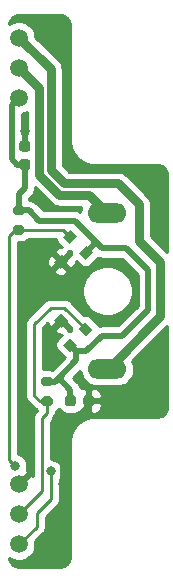
<source format=gbr>
%TF.GenerationSoftware,KiCad,Pcbnew,5.1.9-73d0e3b20d~88~ubuntu20.04.1*%
%TF.CreationDate,2021-04-18T17:47:56-07:00*%
%TF.ProjectId,encoder,656e636f-6465-4722-9e6b-696361645f70,rev?*%
%TF.SameCoordinates,Original*%
%TF.FileFunction,Copper,L1,Top*%
%TF.FilePolarity,Positive*%
%FSLAX46Y46*%
G04 Gerber Fmt 4.6, Leading zero omitted, Abs format (unit mm)*
G04 Created by KiCad (PCBNEW 5.1.9-73d0e3b20d~88~ubuntu20.04.1) date 2021-04-18 17:47:56*
%MOMM*%
%LPD*%
G01*
G04 APERTURE LIST*
%TA.AperFunction,ComponentPad*%
%ADD10O,3.300000X1.650000*%
%TD*%
%TA.AperFunction,ComponentPad*%
%ADD11C,1.520000*%
%TD*%
%TA.AperFunction,SMDPad,CuDef*%
%ADD12C,0.100000*%
%TD*%
%TA.AperFunction,ViaPad*%
%ADD13C,0.800000*%
%TD*%
%TA.AperFunction,Conductor*%
%ADD14C,0.750000*%
%TD*%
%TA.AperFunction,Conductor*%
%ADD15C,0.250000*%
%TD*%
%TA.AperFunction,Conductor*%
%ADD16C,0.500000*%
%TD*%
%TA.AperFunction,Conductor*%
%ADD17C,0.254000*%
%TD*%
%TA.AperFunction,Conductor*%
%ADD18C,0.100000*%
%TD*%
G04 APERTURE END LIST*
D10*
%TO.P,CN1,7*%
%TO.N,/MOTOR-*%
X100000000Y-106625200D03*
%TO.P,CN1,8*%
%TO.N,/MOTOR+*%
X100000000Y-93375200D03*
D11*
%TO.P,CN1,3*%
%TO.N,/GND*%
X92519900Y-116380000D03*
%TO.P,CN1,2*%
%TO.N,/QUADA*%
X92519900Y-118920000D03*
%TO.P,CN1,1*%
%TO.N,/QUADB*%
X92519900Y-121460000D03*
%TO.P,CN1,6*%
%TO.N,/MOTOR-*%
X92519900Y-78540000D03*
%TO.P,CN1,5*%
%TO.N,/MOTOR+*%
X92519900Y-81080000D03*
%TO.P,CN1,4*%
%TO.N,/VCC*%
X92519900Y-83620000D03*
%TD*%
%TO.P,C2,2*%
%TO.N,/GND*%
%TA.AperFunction,SMDPad,CuDef*%
G36*
G01*
X97975000Y-109546200D02*
X97975000Y-109046200D01*
G75*
G02*
X98200000Y-108821200I225000J0D01*
G01*
X98650000Y-108821200D01*
G75*
G02*
X98875000Y-109046200I0J-225000D01*
G01*
X98875000Y-109546200D01*
G75*
G02*
X98650000Y-109771200I-225000J0D01*
G01*
X98200000Y-109771200D01*
G75*
G02*
X97975000Y-109546200I0J225000D01*
G01*
G37*
%TD.AperFunction*%
%TO.P,C2,1*%
%TO.N,/VCC*%
%TA.AperFunction,SMDPad,CuDef*%
G36*
G01*
X96425000Y-109546200D02*
X96425000Y-109046200D01*
G75*
G02*
X96650000Y-108821200I225000J0D01*
G01*
X97100000Y-108821200D01*
G75*
G02*
X97325000Y-109046200I0J-225000D01*
G01*
X97325000Y-109546200D01*
G75*
G02*
X97100000Y-109771200I-225000J0D01*
G01*
X96650000Y-109771200D01*
G75*
G02*
X96425000Y-109546200I0J225000D01*
G01*
G37*
%TD.AperFunction*%
%TD*%
%TO.P,C1,2*%
%TO.N,/GND*%
%TA.AperFunction,SMDPad,CuDef*%
G36*
G01*
X93264800Y-88194000D02*
X92764800Y-88194000D01*
G75*
G02*
X92539800Y-87969000I0J225000D01*
G01*
X92539800Y-87519000D01*
G75*
G02*
X92764800Y-87294000I225000J0D01*
G01*
X93264800Y-87294000D01*
G75*
G02*
X93489800Y-87519000I0J-225000D01*
G01*
X93489800Y-87969000D01*
G75*
G02*
X93264800Y-88194000I-225000J0D01*
G01*
G37*
%TD.AperFunction*%
%TO.P,C1,1*%
%TO.N,/VCC*%
%TA.AperFunction,SMDPad,CuDef*%
G36*
G01*
X93264800Y-89744000D02*
X92764800Y-89744000D01*
G75*
G02*
X92539800Y-89519000I0J225000D01*
G01*
X92539800Y-89069000D01*
G75*
G02*
X92764800Y-88844000I225000J0D01*
G01*
X93264800Y-88844000D01*
G75*
G02*
X93489800Y-89069000I0J-225000D01*
G01*
X93489800Y-89519000D01*
G75*
G02*
X93264800Y-89744000I-225000J0D01*
G01*
G37*
%TD.AperFunction*%
%TD*%
%TO.P,R2,2*%
%TO.N,/QUADB*%
%TA.AperFunction,SMDPad,CuDef*%
G36*
G01*
X92225000Y-94425000D02*
X92775000Y-94425000D01*
G75*
G02*
X92975000Y-94625000I0J-200000D01*
G01*
X92975000Y-95025000D01*
G75*
G02*
X92775000Y-95225000I-200000J0D01*
G01*
X92225000Y-95225000D01*
G75*
G02*
X92025000Y-95025000I0J200000D01*
G01*
X92025000Y-94625000D01*
G75*
G02*
X92225000Y-94425000I200000J0D01*
G01*
G37*
%TD.AperFunction*%
%TO.P,R2,1*%
%TO.N,/VCC*%
%TA.AperFunction,SMDPad,CuDef*%
G36*
G01*
X92225000Y-92775000D02*
X92775000Y-92775000D01*
G75*
G02*
X92975000Y-92975000I0J-200000D01*
G01*
X92975000Y-93375000D01*
G75*
G02*
X92775000Y-93575000I-200000J0D01*
G01*
X92225000Y-93575000D01*
G75*
G02*
X92025000Y-93375000I0J200000D01*
G01*
X92025000Y-92975000D01*
G75*
G02*
X92225000Y-92775000I200000J0D01*
G01*
G37*
%TD.AperFunction*%
%TD*%
%TO.P,R1,2*%
%TO.N,/QUADA*%
%TA.AperFunction,SMDPad,CuDef*%
G36*
G01*
X94625000Y-108925000D02*
X95175000Y-108925000D01*
G75*
G02*
X95375000Y-109125000I0J-200000D01*
G01*
X95375000Y-109525000D01*
G75*
G02*
X95175000Y-109725000I-200000J0D01*
G01*
X94625000Y-109725000D01*
G75*
G02*
X94425000Y-109525000I0J200000D01*
G01*
X94425000Y-109125000D01*
G75*
G02*
X94625000Y-108925000I200000J0D01*
G01*
G37*
%TD.AperFunction*%
%TO.P,R1,1*%
%TO.N,/VCC*%
%TA.AperFunction,SMDPad,CuDef*%
G36*
G01*
X94625000Y-107275000D02*
X95175000Y-107275000D01*
G75*
G02*
X95375000Y-107475000I0J-200000D01*
G01*
X95375000Y-107875000D01*
G75*
G02*
X95175000Y-108075000I-200000J0D01*
G01*
X94625000Y-108075000D01*
G75*
G02*
X94425000Y-107875000I0J200000D01*
G01*
X94425000Y-107475000D01*
G75*
G02*
X94625000Y-107275000I200000J0D01*
G01*
G37*
%TD.AperFunction*%
%TD*%
%TA.AperFunction,SMDPad,CuDef*%
D12*
%TO.P,Q2,3*%
%TO.N,/GND*%
G36*
X96693934Y-102528248D02*
G01*
X96128248Y-103093934D01*
X95491852Y-102457538D01*
X96057538Y-101891852D01*
X96693934Y-102528248D01*
G37*
%TD.AperFunction*%
%TA.AperFunction,SMDPad,CuDef*%
%TO.P,Q2,2*%
%TO.N,/QUADA*%
G36*
X98779899Y-103270710D02*
G01*
X98214213Y-103836396D01*
X97577817Y-103200000D01*
X98143503Y-102634314D01*
X98779899Y-103270710D01*
G37*
%TD.AperFunction*%
%TA.AperFunction,SMDPad,CuDef*%
%TO.P,Q2,1*%
%TO.N,/VCC*%
G36*
X97436396Y-104614213D02*
G01*
X96870710Y-105179899D01*
X96234314Y-104543503D01*
X96800000Y-103977817D01*
X97436396Y-104614213D01*
G37*
%TD.AperFunction*%
%TD*%
%TA.AperFunction,SMDPad,CuDef*%
%TO.P,Q1,3*%
%TO.N,/GND*%
G36*
X96128248Y-96906066D02*
G01*
X96693934Y-97471752D01*
X96057538Y-98108148D01*
X95491852Y-97542462D01*
X96128248Y-96906066D01*
G37*
%TD.AperFunction*%
%TA.AperFunction,SMDPad,CuDef*%
%TO.P,Q1,2*%
%TO.N,/QUADB*%
G36*
X96870710Y-94820101D02*
G01*
X97436396Y-95385787D01*
X96800000Y-96022183D01*
X96234314Y-95456497D01*
X96870710Y-94820101D01*
G37*
%TD.AperFunction*%
%TA.AperFunction,SMDPad,CuDef*%
%TO.P,Q1,1*%
%TO.N,/VCC*%
G36*
X98214213Y-96163604D02*
G01*
X98779899Y-96729290D01*
X98143503Y-97365686D01*
X97577817Y-96800000D01*
X98214213Y-96163604D01*
G37*
%TD.AperFunction*%
%TD*%
D13*
%TO.N,/QUADB*%
X92202000Y-114808006D03*
X95213010Y-115272616D03*
%TO.N,/GND*%
X94600000Y-98500000D03*
X94200000Y-92100000D03*
X97000000Y-89300000D03*
X95200000Y-104900000D03*
X93014800Y-86461600D03*
X95758000Y-110744000D03*
X96266000Y-116332000D03*
X93218000Y-112014000D03*
%TD*%
D14*
%TO.N,/MOTOR-*%
X100029200Y-106625200D02*
X100000000Y-106625200D01*
X95200000Y-89764400D02*
X96335600Y-90900000D01*
X96335600Y-90900000D02*
X100900000Y-90900000D01*
X100900000Y-90900000D02*
X102675700Y-92675700D01*
X92519900Y-78540000D02*
X95200000Y-81220100D01*
X95200000Y-81220100D02*
X95200000Y-89764400D01*
X102675700Y-92675700D02*
X102675700Y-95741500D01*
X104495600Y-102158800D02*
X100029200Y-106625200D01*
X102675700Y-95741500D02*
X104495600Y-97561400D01*
X104495600Y-97561400D02*
X104495600Y-102158800D01*
%TO.N,/MOTOR+*%
X94249989Y-82810089D02*
X92519900Y-81080000D01*
X98474811Y-91850011D02*
X95942093Y-91850011D01*
X100000000Y-93375200D02*
X98474811Y-91850011D01*
X94249989Y-90157907D02*
X94249989Y-82810089D01*
X95942093Y-91850011D02*
X94249989Y-90157907D01*
D15*
%TO.N,/QUADB*%
X96232413Y-94818200D02*
X92506800Y-94818200D01*
X92506800Y-94818200D02*
X92500000Y-94825000D01*
X96835355Y-95421142D02*
X96232413Y-94818200D01*
X91694000Y-114300006D02*
X92202000Y-114808006D01*
X91694000Y-95316000D02*
X91694000Y-114300006D01*
X92500000Y-94510000D02*
X91694000Y-95316000D01*
X94035950Y-119943950D02*
X92519900Y-121460000D01*
X94035950Y-118816050D02*
X94035950Y-119943950D01*
X95213010Y-117638990D02*
X94035950Y-118816050D01*
X95213010Y-115272616D02*
X95213010Y-117638990D01*
%TO.N,/QUADA*%
X98200000Y-103497057D02*
X98090280Y-103606777D01*
X94900000Y-109325000D02*
X94262800Y-109325000D01*
X96345400Y-101401897D02*
X98178858Y-103235355D01*
X96345400Y-101400000D02*
X96345400Y-101401897D01*
X95200000Y-101400000D02*
X96345400Y-101400000D01*
X93802200Y-102797800D02*
X95200000Y-101400000D01*
X93802200Y-108864400D02*
X93802200Y-102797800D01*
X94262800Y-109325000D02*
X93802200Y-108864400D01*
X94488000Y-116951900D02*
X92519900Y-118920000D01*
X94900000Y-110332000D02*
X94488000Y-110744000D01*
X94900000Y-109325000D02*
X94900000Y-110332000D01*
X94488000Y-110744000D02*
X94488000Y-116951900D01*
D16*
%TO.N,/GND*%
X94600000Y-98500000D02*
X95124200Y-98500000D01*
X95124200Y-98475800D02*
X95124200Y-98500000D01*
X96092893Y-97507107D02*
X95124200Y-98475800D01*
X95200000Y-103402600D02*
X95200000Y-104900000D01*
X96092893Y-102509707D02*
X95200000Y-103402600D01*
X96092893Y-102492893D02*
X96092893Y-102509707D01*
X93014800Y-87744000D02*
X93014800Y-86461600D01*
X98425000Y-109771200D02*
X97452200Y-110744000D01*
X98425000Y-109296200D02*
X98425000Y-109771200D01*
X97452200Y-110744000D02*
X95758000Y-110744000D01*
X96266000Y-111252000D02*
X95758000Y-110744000D01*
X96266000Y-116332000D02*
X96266000Y-111252000D01*
%TO.N,/VCC*%
X98178858Y-96764645D02*
X99071952Y-95871552D01*
X96835355Y-104578858D02*
X97361697Y-105105200D01*
X97361697Y-105528303D02*
X97361697Y-105105200D01*
X97361697Y-105863703D02*
X97361697Y-105528303D01*
X94900000Y-107675000D02*
X95550400Y-107675000D01*
X101574600Y-96367600D02*
X99568000Y-96367600D01*
X103454200Y-98247200D02*
X101574600Y-96367600D01*
X103454200Y-101600000D02*
X103454200Y-98247200D01*
X101257100Y-103797100D02*
X103454200Y-101600000D01*
X99568000Y-96367600D02*
X99071952Y-95871552D01*
X99529900Y-103797100D02*
X101257100Y-103797100D01*
X98221800Y-105105200D02*
X99529900Y-103797100D01*
X97361697Y-105105200D02*
X98221800Y-105105200D01*
X93360772Y-93175000D02*
X92500000Y-93175000D01*
X94241972Y-94056200D02*
X93360772Y-93175000D01*
X97256600Y-94056200D02*
X94241972Y-94056200D01*
X99071952Y-95871552D02*
X97256600Y-94056200D01*
X91900000Y-84239900D02*
X92519900Y-83620000D01*
X92500000Y-93175000D02*
X92500000Y-92728600D01*
X92500000Y-92728600D02*
X92500000Y-91802400D01*
X93014800Y-91287600D02*
X93014800Y-89294000D01*
X92500000Y-91802400D02*
X93014800Y-91287600D01*
X93014800Y-89294000D02*
X92367400Y-89294000D01*
X91900000Y-88826600D02*
X91900000Y-84239900D01*
X92367400Y-89294000D02*
X91900000Y-88826600D01*
X96875000Y-108355800D02*
X95872300Y-107353100D01*
X96875000Y-109296200D02*
X96875000Y-108355800D01*
X95872300Y-107353100D02*
X97361697Y-105863703D01*
X95550400Y-107675000D02*
X95872300Y-107353100D01*
%TD*%
D17*
%TO.N,/GND*%
X105090000Y-109774659D02*
X105079764Y-109907724D01*
X105075749Y-109959926D01*
X105063954Y-110011036D01*
X105041495Y-110078415D01*
X105009514Y-110155168D01*
X104974904Y-110224388D01*
X104942338Y-110275563D01*
X104896606Y-110332729D01*
X104842665Y-110392663D01*
X104782739Y-110446596D01*
X104725561Y-110492339D01*
X104674388Y-110524904D01*
X104605168Y-110559514D01*
X104528418Y-110591494D01*
X104461037Y-110613954D01*
X104409926Y-110625749D01*
X104361705Y-110629458D01*
X104361703Y-110629458D01*
X104224659Y-110640000D01*
X99007025Y-110640000D01*
X98981703Y-110639458D01*
X98974657Y-110640000D01*
X98967581Y-110640000D01*
X98942341Y-110642486D01*
X98851705Y-110649458D01*
X98851703Y-110649458D01*
X98737003Y-110658281D01*
X98719810Y-110657115D01*
X98672329Y-110663256D01*
X98657057Y-110664431D01*
X98640175Y-110667415D01*
X98623181Y-110669613D01*
X98608263Y-110673056D01*
X98561111Y-110681390D01*
X98545052Y-110687643D01*
X98462458Y-110706703D01*
X98432045Y-110713618D01*
X98431041Y-110713953D01*
X98430004Y-110714192D01*
X98400388Y-110724170D01*
X98289133Y-110761255D01*
X98266080Y-110768301D01*
X98258420Y-110771493D01*
X98250535Y-110774121D01*
X98228499Y-110783960D01*
X98125087Y-110827048D01*
X98103836Y-110835180D01*
X98095163Y-110839516D01*
X98086229Y-110843239D01*
X98066213Y-110853992D01*
X98011519Y-110881339D01*
X98009945Y-110881778D01*
X97953411Y-110910393D01*
X97925843Y-110924177D01*
X97924468Y-110925043D01*
X97923013Y-110925779D01*
X97896923Y-110942382D01*
X97843387Y-110976082D01*
X97842202Y-110977205D01*
X97837738Y-110980045D01*
X97834698Y-110981260D01*
X97782930Y-111014923D01*
X97758312Y-111030589D01*
X97755753Y-111032595D01*
X97753016Y-111034375D01*
X97730180Y-111052644D01*
X97681634Y-111090703D01*
X97679500Y-111093188D01*
X97638035Y-111126360D01*
X97622580Y-111137739D01*
X97612725Y-111146608D01*
X97602387Y-111154879D01*
X97588660Y-111168267D01*
X97545069Y-111207500D01*
X97543077Y-111208703D01*
X97496760Y-111250978D01*
X97474387Y-111271114D01*
X97472830Y-111272820D01*
X97471113Y-111274387D01*
X97450885Y-111296862D01*
X97408703Y-111343077D01*
X97407500Y-111345069D01*
X97368271Y-111388657D01*
X97354879Y-111402387D01*
X97346603Y-111412733D01*
X97337739Y-111422581D01*
X97326365Y-111438029D01*
X97293190Y-111479499D01*
X97290703Y-111481634D01*
X97252611Y-111530223D01*
X97234375Y-111553017D01*
X97232599Y-111555748D01*
X97230589Y-111558312D01*
X97214910Y-111582950D01*
X97181259Y-111634699D01*
X97180043Y-111637741D01*
X97177205Y-111642202D01*
X97176082Y-111643387D01*
X97142445Y-111696823D01*
X97125779Y-111723013D01*
X97125043Y-111724468D01*
X97124177Y-111725843D01*
X97110393Y-111753411D01*
X97081778Y-111809945D01*
X97081339Y-111811519D01*
X97053992Y-111866213D01*
X97043239Y-111886229D01*
X97039516Y-111895163D01*
X97035180Y-111903836D01*
X97027045Y-111925094D01*
X96983960Y-112028499D01*
X96974121Y-112050535D01*
X96971493Y-112058420D01*
X96968301Y-112066080D01*
X96961254Y-112089136D01*
X96924196Y-112200312D01*
X96914192Y-112230004D01*
X96913952Y-112231044D01*
X96913618Y-112232046D01*
X96906715Y-112262403D01*
X96887643Y-112345051D01*
X96881390Y-112361111D01*
X96873055Y-112408266D01*
X96869613Y-112423182D01*
X96867415Y-112440173D01*
X96864431Y-112457057D01*
X96863256Y-112472330D01*
X96857115Y-112519810D01*
X96858281Y-112537003D01*
X96854431Y-112587057D01*
X96842483Y-112742384D01*
X96840001Y-112767581D01*
X96840001Y-112774645D01*
X96839458Y-112781704D01*
X96840001Y-112807072D01*
X96840000Y-122474659D01*
X96829458Y-122611703D01*
X96825749Y-122659926D01*
X96813954Y-122711036D01*
X96791495Y-122778415D01*
X96759514Y-122855168D01*
X96724904Y-122924388D01*
X96692338Y-122975563D01*
X96646606Y-123032729D01*
X96592665Y-123092663D01*
X96532739Y-123146596D01*
X96475561Y-123192339D01*
X96424388Y-123224904D01*
X96355168Y-123259514D01*
X96278418Y-123291494D01*
X96211037Y-123313954D01*
X96159926Y-123325749D01*
X96111705Y-123329458D01*
X96111703Y-123329458D01*
X95974659Y-123340000D01*
X92525341Y-123340000D01*
X92388296Y-123329458D01*
X92388295Y-123329458D01*
X92340074Y-123325749D01*
X92288964Y-123313954D01*
X92221585Y-123291495D01*
X92144832Y-123259514D01*
X92075612Y-123224904D01*
X92024437Y-123192338D01*
X91967271Y-123146606D01*
X91907337Y-123092665D01*
X91853404Y-123032739D01*
X91807661Y-122975561D01*
X91775096Y-122924388D01*
X91740486Y-122855168D01*
X91708506Y-122778418D01*
X91686046Y-122711037D01*
X91674251Y-122659926D01*
X91670542Y-122611703D01*
X91667179Y-122567982D01*
X91859120Y-122696233D01*
X92112993Y-122801391D01*
X92382504Y-122855000D01*
X92657296Y-122855000D01*
X92926807Y-122801391D01*
X93180680Y-122696233D01*
X93409161Y-122543567D01*
X93603467Y-122349261D01*
X93756133Y-122120780D01*
X93861291Y-121866907D01*
X93914900Y-121597396D01*
X93914900Y-121322604D01*
X93884571Y-121170131D01*
X94546958Y-120507745D01*
X94575951Y-120483951D01*
X94599745Y-120454958D01*
X94599749Y-120454954D01*
X94670923Y-120368227D01*
X94699374Y-120315000D01*
X94741496Y-120236197D01*
X94784953Y-120092936D01*
X94795950Y-119981283D01*
X94795950Y-119981274D01*
X94799626Y-119943951D01*
X94795950Y-119906628D01*
X94795950Y-119130851D01*
X95724013Y-118202789D01*
X95753011Y-118178991D01*
X95847984Y-118063266D01*
X95918556Y-117931237D01*
X95962013Y-117787976D01*
X95973010Y-117676323D01*
X95973010Y-117676314D01*
X95976686Y-117638991D01*
X95973010Y-117601668D01*
X95973010Y-115976327D01*
X96016947Y-115932390D01*
X96130215Y-115762872D01*
X96208236Y-115574514D01*
X96248010Y-115374555D01*
X96248010Y-115170677D01*
X96208236Y-114970718D01*
X96130215Y-114782360D01*
X96016947Y-114612842D01*
X95872784Y-114468679D01*
X95703266Y-114355411D01*
X95514908Y-114277390D01*
X95314949Y-114237616D01*
X95248000Y-114237616D01*
X95248000Y-111058801D01*
X95410997Y-110895804D01*
X95440001Y-110872001D01*
X95534974Y-110756276D01*
X95605546Y-110624247D01*
X95649003Y-110480986D01*
X95660000Y-110369333D01*
X95660000Y-110369323D01*
X95663676Y-110332000D01*
X95660000Y-110294678D01*
X95660000Y-110205916D01*
X95767606Y-110117606D01*
X95871831Y-109990608D01*
X95892729Y-109951511D01*
X95932382Y-110025697D01*
X96039716Y-110156484D01*
X96170503Y-110263818D01*
X96319717Y-110343575D01*
X96481623Y-110392688D01*
X96650000Y-110409272D01*
X97100000Y-110409272D01*
X97268377Y-110392688D01*
X97430283Y-110343575D01*
X97576351Y-110265500D01*
X97620506Y-110301737D01*
X97730820Y-110360702D01*
X97850518Y-110397012D01*
X97975000Y-110409272D01*
X98139250Y-110406200D01*
X98298000Y-110247450D01*
X98298000Y-109423200D01*
X98552000Y-109423200D01*
X98552000Y-110247450D01*
X98710750Y-110406200D01*
X98875000Y-110409272D01*
X98999482Y-110397012D01*
X99119180Y-110360702D01*
X99229494Y-110301737D01*
X99326185Y-110222385D01*
X99405537Y-110125694D01*
X99464502Y-110015380D01*
X99500812Y-109895682D01*
X99513072Y-109771200D01*
X99510000Y-109581950D01*
X99351250Y-109423200D01*
X98552000Y-109423200D01*
X98298000Y-109423200D01*
X98278000Y-109423200D01*
X98278000Y-109169200D01*
X98298000Y-109169200D01*
X98298000Y-108344950D01*
X98552000Y-108344950D01*
X98552000Y-109169200D01*
X99351250Y-109169200D01*
X99510000Y-109010450D01*
X99513072Y-108821200D01*
X99500812Y-108696718D01*
X99464502Y-108577020D01*
X99405537Y-108466706D01*
X99326185Y-108370015D01*
X99229494Y-108290663D01*
X99119180Y-108231698D01*
X98999482Y-108195388D01*
X98875000Y-108183128D01*
X98710750Y-108186200D01*
X98552000Y-108344950D01*
X98298000Y-108344950D01*
X98139250Y-108186200D01*
X97975000Y-108183128D01*
X97850518Y-108195388D01*
X97751443Y-108225442D01*
X97747195Y-108182310D01*
X97743176Y-108169059D01*
X97719954Y-108092510D01*
X97696589Y-108015487D01*
X97614411Y-107861741D01*
X97503817Y-107726983D01*
X97470049Y-107699270D01*
X97123879Y-107353100D01*
X97720833Y-106756146D01*
X97736125Y-106911410D01*
X97819610Y-107186621D01*
X97955181Y-107440257D01*
X98137629Y-107662571D01*
X98359943Y-107845019D01*
X98613579Y-107980590D01*
X98888790Y-108064075D01*
X99103277Y-108085200D01*
X100896723Y-108085200D01*
X101111210Y-108064075D01*
X101386421Y-107980590D01*
X101640057Y-107845019D01*
X101862371Y-107662571D01*
X102044819Y-107440257D01*
X102180390Y-107186621D01*
X102263875Y-106911410D01*
X102292064Y-106625200D01*
X102263875Y-106338990D01*
X102180390Y-106063779D01*
X102124165Y-105958590D01*
X105090000Y-102992756D01*
X105090000Y-109774659D01*
%TA.AperFunction,Conductor*%
D18*
G36*
X105090000Y-109774659D02*
G01*
X105079764Y-109907724D01*
X105075749Y-109959926D01*
X105063954Y-110011036D01*
X105041495Y-110078415D01*
X105009514Y-110155168D01*
X104974904Y-110224388D01*
X104942338Y-110275563D01*
X104896606Y-110332729D01*
X104842665Y-110392663D01*
X104782739Y-110446596D01*
X104725561Y-110492339D01*
X104674388Y-110524904D01*
X104605168Y-110559514D01*
X104528418Y-110591494D01*
X104461037Y-110613954D01*
X104409926Y-110625749D01*
X104361705Y-110629458D01*
X104361703Y-110629458D01*
X104224659Y-110640000D01*
X99007025Y-110640000D01*
X98981703Y-110639458D01*
X98974657Y-110640000D01*
X98967581Y-110640000D01*
X98942341Y-110642486D01*
X98851705Y-110649458D01*
X98851703Y-110649458D01*
X98737003Y-110658281D01*
X98719810Y-110657115D01*
X98672329Y-110663256D01*
X98657057Y-110664431D01*
X98640175Y-110667415D01*
X98623181Y-110669613D01*
X98608263Y-110673056D01*
X98561111Y-110681390D01*
X98545052Y-110687643D01*
X98462458Y-110706703D01*
X98432045Y-110713618D01*
X98431041Y-110713953D01*
X98430004Y-110714192D01*
X98400388Y-110724170D01*
X98289133Y-110761255D01*
X98266080Y-110768301D01*
X98258420Y-110771493D01*
X98250535Y-110774121D01*
X98228499Y-110783960D01*
X98125087Y-110827048D01*
X98103836Y-110835180D01*
X98095163Y-110839516D01*
X98086229Y-110843239D01*
X98066213Y-110853992D01*
X98011519Y-110881339D01*
X98009945Y-110881778D01*
X97953411Y-110910393D01*
X97925843Y-110924177D01*
X97924468Y-110925043D01*
X97923013Y-110925779D01*
X97896923Y-110942382D01*
X97843387Y-110976082D01*
X97842202Y-110977205D01*
X97837738Y-110980045D01*
X97834698Y-110981260D01*
X97782930Y-111014923D01*
X97758312Y-111030589D01*
X97755753Y-111032595D01*
X97753016Y-111034375D01*
X97730180Y-111052644D01*
X97681634Y-111090703D01*
X97679500Y-111093188D01*
X97638035Y-111126360D01*
X97622580Y-111137739D01*
X97612725Y-111146608D01*
X97602387Y-111154879D01*
X97588660Y-111168267D01*
X97545069Y-111207500D01*
X97543077Y-111208703D01*
X97496760Y-111250978D01*
X97474387Y-111271114D01*
X97472830Y-111272820D01*
X97471113Y-111274387D01*
X97450885Y-111296862D01*
X97408703Y-111343077D01*
X97407500Y-111345069D01*
X97368271Y-111388657D01*
X97354879Y-111402387D01*
X97346603Y-111412733D01*
X97337739Y-111422581D01*
X97326365Y-111438029D01*
X97293190Y-111479499D01*
X97290703Y-111481634D01*
X97252611Y-111530223D01*
X97234375Y-111553017D01*
X97232599Y-111555748D01*
X97230589Y-111558312D01*
X97214910Y-111582950D01*
X97181259Y-111634699D01*
X97180043Y-111637741D01*
X97177205Y-111642202D01*
X97176082Y-111643387D01*
X97142445Y-111696823D01*
X97125779Y-111723013D01*
X97125043Y-111724468D01*
X97124177Y-111725843D01*
X97110393Y-111753411D01*
X97081778Y-111809945D01*
X97081339Y-111811519D01*
X97053992Y-111866213D01*
X97043239Y-111886229D01*
X97039516Y-111895163D01*
X97035180Y-111903836D01*
X97027045Y-111925094D01*
X96983960Y-112028499D01*
X96974121Y-112050535D01*
X96971493Y-112058420D01*
X96968301Y-112066080D01*
X96961254Y-112089136D01*
X96924196Y-112200312D01*
X96914192Y-112230004D01*
X96913952Y-112231044D01*
X96913618Y-112232046D01*
X96906715Y-112262403D01*
X96887643Y-112345051D01*
X96881390Y-112361111D01*
X96873055Y-112408266D01*
X96869613Y-112423182D01*
X96867415Y-112440173D01*
X96864431Y-112457057D01*
X96863256Y-112472330D01*
X96857115Y-112519810D01*
X96858281Y-112537003D01*
X96854431Y-112587057D01*
X96842483Y-112742384D01*
X96840001Y-112767581D01*
X96840001Y-112774645D01*
X96839458Y-112781704D01*
X96840001Y-112807072D01*
X96840000Y-122474659D01*
X96829458Y-122611703D01*
X96825749Y-122659926D01*
X96813954Y-122711036D01*
X96791495Y-122778415D01*
X96759514Y-122855168D01*
X96724904Y-122924388D01*
X96692338Y-122975563D01*
X96646606Y-123032729D01*
X96592665Y-123092663D01*
X96532739Y-123146596D01*
X96475561Y-123192339D01*
X96424388Y-123224904D01*
X96355168Y-123259514D01*
X96278418Y-123291494D01*
X96211037Y-123313954D01*
X96159926Y-123325749D01*
X96111705Y-123329458D01*
X96111703Y-123329458D01*
X95974659Y-123340000D01*
X92525341Y-123340000D01*
X92388296Y-123329458D01*
X92388295Y-123329458D01*
X92340074Y-123325749D01*
X92288964Y-123313954D01*
X92221585Y-123291495D01*
X92144832Y-123259514D01*
X92075612Y-123224904D01*
X92024437Y-123192338D01*
X91967271Y-123146606D01*
X91907337Y-123092665D01*
X91853404Y-123032739D01*
X91807661Y-122975561D01*
X91775096Y-122924388D01*
X91740486Y-122855168D01*
X91708506Y-122778418D01*
X91686046Y-122711037D01*
X91674251Y-122659926D01*
X91670542Y-122611703D01*
X91667179Y-122567982D01*
X91859120Y-122696233D01*
X92112993Y-122801391D01*
X92382504Y-122855000D01*
X92657296Y-122855000D01*
X92926807Y-122801391D01*
X93180680Y-122696233D01*
X93409161Y-122543567D01*
X93603467Y-122349261D01*
X93756133Y-122120780D01*
X93861291Y-121866907D01*
X93914900Y-121597396D01*
X93914900Y-121322604D01*
X93884571Y-121170131D01*
X94546958Y-120507745D01*
X94575951Y-120483951D01*
X94599745Y-120454958D01*
X94599749Y-120454954D01*
X94670923Y-120368227D01*
X94699374Y-120315000D01*
X94741496Y-120236197D01*
X94784953Y-120092936D01*
X94795950Y-119981283D01*
X94795950Y-119981274D01*
X94799626Y-119943951D01*
X94795950Y-119906628D01*
X94795950Y-119130851D01*
X95724013Y-118202789D01*
X95753011Y-118178991D01*
X95847984Y-118063266D01*
X95918556Y-117931237D01*
X95962013Y-117787976D01*
X95973010Y-117676323D01*
X95973010Y-117676314D01*
X95976686Y-117638991D01*
X95973010Y-117601668D01*
X95973010Y-115976327D01*
X96016947Y-115932390D01*
X96130215Y-115762872D01*
X96208236Y-115574514D01*
X96248010Y-115374555D01*
X96248010Y-115170677D01*
X96208236Y-114970718D01*
X96130215Y-114782360D01*
X96016947Y-114612842D01*
X95872784Y-114468679D01*
X95703266Y-114355411D01*
X95514908Y-114277390D01*
X95314949Y-114237616D01*
X95248000Y-114237616D01*
X95248000Y-111058801D01*
X95410997Y-110895804D01*
X95440001Y-110872001D01*
X95534974Y-110756276D01*
X95605546Y-110624247D01*
X95649003Y-110480986D01*
X95660000Y-110369333D01*
X95660000Y-110369323D01*
X95663676Y-110332000D01*
X95660000Y-110294678D01*
X95660000Y-110205916D01*
X95767606Y-110117606D01*
X95871831Y-109990608D01*
X95892729Y-109951511D01*
X95932382Y-110025697D01*
X96039716Y-110156484D01*
X96170503Y-110263818D01*
X96319717Y-110343575D01*
X96481623Y-110392688D01*
X96650000Y-110409272D01*
X97100000Y-110409272D01*
X97268377Y-110392688D01*
X97430283Y-110343575D01*
X97576351Y-110265500D01*
X97620506Y-110301737D01*
X97730820Y-110360702D01*
X97850518Y-110397012D01*
X97975000Y-110409272D01*
X98139250Y-110406200D01*
X98298000Y-110247450D01*
X98298000Y-109423200D01*
X98552000Y-109423200D01*
X98552000Y-110247450D01*
X98710750Y-110406200D01*
X98875000Y-110409272D01*
X98999482Y-110397012D01*
X99119180Y-110360702D01*
X99229494Y-110301737D01*
X99326185Y-110222385D01*
X99405537Y-110125694D01*
X99464502Y-110015380D01*
X99500812Y-109895682D01*
X99513072Y-109771200D01*
X99510000Y-109581950D01*
X99351250Y-109423200D01*
X98552000Y-109423200D01*
X98298000Y-109423200D01*
X98278000Y-109423200D01*
X98278000Y-109169200D01*
X98298000Y-109169200D01*
X98298000Y-108344950D01*
X98552000Y-108344950D01*
X98552000Y-109169200D01*
X99351250Y-109169200D01*
X99510000Y-109010450D01*
X99513072Y-108821200D01*
X99500812Y-108696718D01*
X99464502Y-108577020D01*
X99405537Y-108466706D01*
X99326185Y-108370015D01*
X99229494Y-108290663D01*
X99119180Y-108231698D01*
X98999482Y-108195388D01*
X98875000Y-108183128D01*
X98710750Y-108186200D01*
X98552000Y-108344950D01*
X98298000Y-108344950D01*
X98139250Y-108186200D01*
X97975000Y-108183128D01*
X97850518Y-108195388D01*
X97751443Y-108225442D01*
X97747195Y-108182310D01*
X97743176Y-108169059D01*
X97719954Y-108092510D01*
X97696589Y-108015487D01*
X97614411Y-107861741D01*
X97503817Y-107726983D01*
X97470049Y-107699270D01*
X97123879Y-107353100D01*
X97720833Y-106756146D01*
X97736125Y-106911410D01*
X97819610Y-107186621D01*
X97955181Y-107440257D01*
X98137629Y-107662571D01*
X98359943Y-107845019D01*
X98613579Y-107980590D01*
X98888790Y-108064075D01*
X99103277Y-108085200D01*
X100896723Y-108085200D01*
X101111210Y-108064075D01*
X101386421Y-107980590D01*
X101640057Y-107845019D01*
X101862371Y-107662571D01*
X102044819Y-107440257D01*
X102180390Y-107186621D01*
X102263875Y-106911410D01*
X102292064Y-106625200D01*
X102263875Y-106338990D01*
X102180390Y-106063779D01*
X102124165Y-105958590D01*
X105090000Y-102992756D01*
X105090000Y-109774659D01*
G37*
%TD.AperFunction*%
D17*
X95608502Y-95580979D02*
X95644812Y-95700677D01*
X95703777Y-95810991D01*
X95783129Y-95907682D01*
X96145101Y-96269654D01*
X96128248Y-96267994D01*
X96003767Y-96280255D01*
X95884069Y-96316564D01*
X95773754Y-96375528D01*
X95677063Y-96454881D01*
X95563093Y-96573196D01*
X95563093Y-96797702D01*
X96092893Y-97327502D01*
X96658048Y-96762347D01*
X96658048Y-96642696D01*
X96675518Y-96647995D01*
X96800000Y-96660255D01*
X96924482Y-96647995D01*
X96963989Y-96636011D01*
X96952005Y-96675518D01*
X96939745Y-96800000D01*
X96952005Y-96924482D01*
X96957304Y-96941952D01*
X96837653Y-96941952D01*
X96272498Y-97507107D01*
X96802298Y-98036907D01*
X97026804Y-98036907D01*
X97145119Y-97922937D01*
X97224472Y-97826246D01*
X97283436Y-97715931D01*
X97319745Y-97596233D01*
X97332006Y-97471752D01*
X97330346Y-97454899D01*
X97692318Y-97816871D01*
X97789009Y-97896223D01*
X97899323Y-97955188D01*
X98019021Y-97991498D01*
X98143503Y-98003758D01*
X98267985Y-97991498D01*
X98387683Y-97955188D01*
X98497997Y-97896223D01*
X98594688Y-97816871D01*
X99224222Y-97187337D01*
X99227687Y-97189189D01*
X99394510Y-97239795D01*
X99524523Y-97252600D01*
X99524531Y-97252600D01*
X99568000Y-97256881D01*
X99611469Y-97252600D01*
X101208022Y-97252600D01*
X102569201Y-98613780D01*
X102569200Y-101233421D01*
X100890522Y-102912100D01*
X99573369Y-102912100D01*
X99529900Y-102907819D01*
X99486431Y-102912100D01*
X99486423Y-102912100D01*
X99356410Y-102924905D01*
X99320847Y-102935693D01*
X99310436Y-102916216D01*
X99231084Y-102819525D01*
X98594688Y-102183129D01*
X98497997Y-102103777D01*
X98387683Y-102044812D01*
X98267985Y-102008502D01*
X98143503Y-101996242D01*
X98026109Y-102007804D01*
X96917885Y-100899581D01*
X96885401Y-100859999D01*
X96769676Y-100765026D01*
X96637647Y-100694454D01*
X96494386Y-100650997D01*
X96382733Y-100640000D01*
X96345400Y-100636323D01*
X96308067Y-100640000D01*
X95237325Y-100640000D01*
X95200000Y-100636324D01*
X95162675Y-100640000D01*
X95162667Y-100640000D01*
X95051014Y-100650997D01*
X94907753Y-100694454D01*
X94775724Y-100765026D01*
X94659999Y-100859999D01*
X94636201Y-100888997D01*
X93291198Y-102234001D01*
X93262200Y-102257799D01*
X93238402Y-102286797D01*
X93238401Y-102286798D01*
X93167226Y-102373524D01*
X93096654Y-102505554D01*
X93073460Y-102582019D01*
X93053198Y-102648814D01*
X93045927Y-102722640D01*
X93038524Y-102797800D01*
X93042201Y-102835132D01*
X93042200Y-108827077D01*
X93038524Y-108864400D01*
X93042200Y-108901722D01*
X93042200Y-108901732D01*
X93053197Y-109013385D01*
X93091229Y-109138761D01*
X93096654Y-109156646D01*
X93167226Y-109288676D01*
X93176216Y-109299630D01*
X93262199Y-109404401D01*
X93291203Y-109428204D01*
X93698996Y-109835997D01*
X93722799Y-109865001D01*
X93838524Y-109959974D01*
X93953437Y-110021397D01*
X94032394Y-110117606D01*
X94036348Y-110120851D01*
X93977003Y-110180196D01*
X93947999Y-110203999D01*
X93919366Y-110238889D01*
X93853026Y-110319724D01*
X93797766Y-110423107D01*
X93782454Y-110451754D01*
X93738997Y-110595015D01*
X93728000Y-110706668D01*
X93728000Y-110706678D01*
X93724324Y-110744000D01*
X93728000Y-110781323D01*
X93728001Y-115669831D01*
X93723925Y-115662206D01*
X93484037Y-115595469D01*
X92699505Y-116380000D01*
X92713648Y-116394142D01*
X92534042Y-116573748D01*
X92519900Y-116559605D01*
X92505758Y-116573748D01*
X92326152Y-116394142D01*
X92340295Y-116380000D01*
X92326152Y-116365858D01*
X92505758Y-116186253D01*
X92519900Y-116200395D01*
X93304431Y-115415863D01*
X93237694Y-115175975D01*
X93180914Y-115149285D01*
X93197226Y-115109904D01*
X93237000Y-114909945D01*
X93237000Y-114706067D01*
X93197226Y-114506108D01*
X93119205Y-114317750D01*
X93005937Y-114148232D01*
X92861774Y-114004069D01*
X92692256Y-113890801D01*
X92503898Y-113812780D01*
X92454000Y-113802855D01*
X92454000Y-99789721D01*
X97865000Y-99789721D01*
X97865000Y-100210279D01*
X97947047Y-100622756D01*
X98107988Y-101011302D01*
X98341637Y-101360983D01*
X98639017Y-101658363D01*
X98988698Y-101892012D01*
X99377244Y-102052953D01*
X99789721Y-102135000D01*
X100210279Y-102135000D01*
X100622756Y-102052953D01*
X101011302Y-101892012D01*
X101360983Y-101658363D01*
X101658363Y-101360983D01*
X101892012Y-101011302D01*
X102052953Y-100622756D01*
X102135000Y-100210279D01*
X102135000Y-99789721D01*
X102052953Y-99377244D01*
X101892012Y-98988698D01*
X101658363Y-98639017D01*
X101360983Y-98341637D01*
X101011302Y-98107988D01*
X100622756Y-97947047D01*
X100210279Y-97865000D01*
X99789721Y-97865000D01*
X99377244Y-97947047D01*
X98988698Y-98107988D01*
X98639017Y-98341637D01*
X98341637Y-98639017D01*
X98107988Y-98988698D01*
X97947047Y-99377244D01*
X97865000Y-99789721D01*
X92454000Y-99789721D01*
X92454000Y-98251867D01*
X95527738Y-98251867D01*
X95527738Y-98476374D01*
X95606353Y-98559333D01*
X95703044Y-98638686D01*
X95813358Y-98697650D01*
X95933056Y-98733959D01*
X96057538Y-98746220D01*
X96182019Y-98733959D01*
X96301717Y-98697650D01*
X96412032Y-98638686D01*
X96508723Y-98559333D01*
X96622693Y-98441018D01*
X96622693Y-98216512D01*
X96092893Y-97686712D01*
X95527738Y-98251867D01*
X92454000Y-98251867D01*
X92454000Y-97542462D01*
X94853780Y-97542462D01*
X94866041Y-97666944D01*
X94902350Y-97786642D01*
X94961314Y-97896956D01*
X95040667Y-97993647D01*
X95123626Y-98072262D01*
X95348133Y-98072262D01*
X95913288Y-97507107D01*
X95383488Y-96977307D01*
X95158982Y-96977307D01*
X95040667Y-97091277D01*
X94961314Y-97187968D01*
X94902350Y-97298283D01*
X94866041Y-97417981D01*
X94853780Y-97542462D01*
X92454000Y-97542462D01*
X92454000Y-95863072D01*
X92775000Y-95863072D01*
X92938500Y-95846969D01*
X93095716Y-95799278D01*
X93240608Y-95721831D01*
X93367606Y-95617606D01*
X93399946Y-95578200D01*
X95608228Y-95578200D01*
X95608502Y-95580979D01*
%TA.AperFunction,Conductor*%
D18*
G36*
X95608502Y-95580979D02*
G01*
X95644812Y-95700677D01*
X95703777Y-95810991D01*
X95783129Y-95907682D01*
X96145101Y-96269654D01*
X96128248Y-96267994D01*
X96003767Y-96280255D01*
X95884069Y-96316564D01*
X95773754Y-96375528D01*
X95677063Y-96454881D01*
X95563093Y-96573196D01*
X95563093Y-96797702D01*
X96092893Y-97327502D01*
X96658048Y-96762347D01*
X96658048Y-96642696D01*
X96675518Y-96647995D01*
X96800000Y-96660255D01*
X96924482Y-96647995D01*
X96963989Y-96636011D01*
X96952005Y-96675518D01*
X96939745Y-96800000D01*
X96952005Y-96924482D01*
X96957304Y-96941952D01*
X96837653Y-96941952D01*
X96272498Y-97507107D01*
X96802298Y-98036907D01*
X97026804Y-98036907D01*
X97145119Y-97922937D01*
X97224472Y-97826246D01*
X97283436Y-97715931D01*
X97319745Y-97596233D01*
X97332006Y-97471752D01*
X97330346Y-97454899D01*
X97692318Y-97816871D01*
X97789009Y-97896223D01*
X97899323Y-97955188D01*
X98019021Y-97991498D01*
X98143503Y-98003758D01*
X98267985Y-97991498D01*
X98387683Y-97955188D01*
X98497997Y-97896223D01*
X98594688Y-97816871D01*
X99224222Y-97187337D01*
X99227687Y-97189189D01*
X99394510Y-97239795D01*
X99524523Y-97252600D01*
X99524531Y-97252600D01*
X99568000Y-97256881D01*
X99611469Y-97252600D01*
X101208022Y-97252600D01*
X102569201Y-98613780D01*
X102569200Y-101233421D01*
X100890522Y-102912100D01*
X99573369Y-102912100D01*
X99529900Y-102907819D01*
X99486431Y-102912100D01*
X99486423Y-102912100D01*
X99356410Y-102924905D01*
X99320847Y-102935693D01*
X99310436Y-102916216D01*
X99231084Y-102819525D01*
X98594688Y-102183129D01*
X98497997Y-102103777D01*
X98387683Y-102044812D01*
X98267985Y-102008502D01*
X98143503Y-101996242D01*
X98026109Y-102007804D01*
X96917885Y-100899581D01*
X96885401Y-100859999D01*
X96769676Y-100765026D01*
X96637647Y-100694454D01*
X96494386Y-100650997D01*
X96382733Y-100640000D01*
X96345400Y-100636323D01*
X96308067Y-100640000D01*
X95237325Y-100640000D01*
X95200000Y-100636324D01*
X95162675Y-100640000D01*
X95162667Y-100640000D01*
X95051014Y-100650997D01*
X94907753Y-100694454D01*
X94775724Y-100765026D01*
X94659999Y-100859999D01*
X94636201Y-100888997D01*
X93291198Y-102234001D01*
X93262200Y-102257799D01*
X93238402Y-102286797D01*
X93238401Y-102286798D01*
X93167226Y-102373524D01*
X93096654Y-102505554D01*
X93073460Y-102582019D01*
X93053198Y-102648814D01*
X93045927Y-102722640D01*
X93038524Y-102797800D01*
X93042201Y-102835132D01*
X93042200Y-108827077D01*
X93038524Y-108864400D01*
X93042200Y-108901722D01*
X93042200Y-108901732D01*
X93053197Y-109013385D01*
X93091229Y-109138761D01*
X93096654Y-109156646D01*
X93167226Y-109288676D01*
X93176216Y-109299630D01*
X93262199Y-109404401D01*
X93291203Y-109428204D01*
X93698996Y-109835997D01*
X93722799Y-109865001D01*
X93838524Y-109959974D01*
X93953437Y-110021397D01*
X94032394Y-110117606D01*
X94036348Y-110120851D01*
X93977003Y-110180196D01*
X93947999Y-110203999D01*
X93919366Y-110238889D01*
X93853026Y-110319724D01*
X93797766Y-110423107D01*
X93782454Y-110451754D01*
X93738997Y-110595015D01*
X93728000Y-110706668D01*
X93728000Y-110706678D01*
X93724324Y-110744000D01*
X93728000Y-110781323D01*
X93728001Y-115669831D01*
X93723925Y-115662206D01*
X93484037Y-115595469D01*
X92699505Y-116380000D01*
X92713648Y-116394142D01*
X92534042Y-116573748D01*
X92519900Y-116559605D01*
X92505758Y-116573748D01*
X92326152Y-116394142D01*
X92340295Y-116380000D01*
X92326152Y-116365858D01*
X92505758Y-116186253D01*
X92519900Y-116200395D01*
X93304431Y-115415863D01*
X93237694Y-115175975D01*
X93180914Y-115149285D01*
X93197226Y-115109904D01*
X93237000Y-114909945D01*
X93237000Y-114706067D01*
X93197226Y-114506108D01*
X93119205Y-114317750D01*
X93005937Y-114148232D01*
X92861774Y-114004069D01*
X92692256Y-113890801D01*
X92503898Y-113812780D01*
X92454000Y-113802855D01*
X92454000Y-99789721D01*
X97865000Y-99789721D01*
X97865000Y-100210279D01*
X97947047Y-100622756D01*
X98107988Y-101011302D01*
X98341637Y-101360983D01*
X98639017Y-101658363D01*
X98988698Y-101892012D01*
X99377244Y-102052953D01*
X99789721Y-102135000D01*
X100210279Y-102135000D01*
X100622756Y-102052953D01*
X101011302Y-101892012D01*
X101360983Y-101658363D01*
X101658363Y-101360983D01*
X101892012Y-101011302D01*
X102052953Y-100622756D01*
X102135000Y-100210279D01*
X102135000Y-99789721D01*
X102052953Y-99377244D01*
X101892012Y-98988698D01*
X101658363Y-98639017D01*
X101360983Y-98341637D01*
X101011302Y-98107988D01*
X100622756Y-97947047D01*
X100210279Y-97865000D01*
X99789721Y-97865000D01*
X99377244Y-97947047D01*
X98988698Y-98107988D01*
X98639017Y-98341637D01*
X98341637Y-98639017D01*
X98107988Y-98988698D01*
X97947047Y-99377244D01*
X97865000Y-99789721D01*
X92454000Y-99789721D01*
X92454000Y-98251867D01*
X95527738Y-98251867D01*
X95527738Y-98476374D01*
X95606353Y-98559333D01*
X95703044Y-98638686D01*
X95813358Y-98697650D01*
X95933056Y-98733959D01*
X96057538Y-98746220D01*
X96182019Y-98733959D01*
X96301717Y-98697650D01*
X96412032Y-98638686D01*
X96508723Y-98559333D01*
X96622693Y-98441018D01*
X96622693Y-98216512D01*
X96092893Y-97686712D01*
X95527738Y-98251867D01*
X92454000Y-98251867D01*
X92454000Y-97542462D01*
X94853780Y-97542462D01*
X94866041Y-97666944D01*
X94902350Y-97786642D01*
X94961314Y-97896956D01*
X95040667Y-97993647D01*
X95123626Y-98072262D01*
X95348133Y-98072262D01*
X95913288Y-97507107D01*
X95383488Y-96977307D01*
X95158982Y-96977307D01*
X95040667Y-97091277D01*
X94961314Y-97187968D01*
X94902350Y-97298283D01*
X94866041Y-97417981D01*
X94853780Y-97542462D01*
X92454000Y-97542462D01*
X92454000Y-95863072D01*
X92775000Y-95863072D01*
X92938500Y-95846969D01*
X93095716Y-95799278D01*
X93240608Y-95721831D01*
X93367606Y-95617606D01*
X93399946Y-95578200D01*
X95608228Y-95578200D01*
X95608502Y-95580979D01*
G37*
%TD.AperFunction*%
D17*
X96286641Y-102478751D02*
X96272498Y-102492893D01*
X96837653Y-103058048D01*
X96926749Y-103058048D01*
X96951307Y-103082606D01*
X96939745Y-103200000D01*
X96952005Y-103324482D01*
X96963989Y-103363989D01*
X96924482Y-103352005D01*
X96800000Y-103339745D01*
X96675518Y-103352005D01*
X96658048Y-103357304D01*
X96658048Y-103237653D01*
X96092893Y-102672498D01*
X95563093Y-103202298D01*
X95563093Y-103426804D01*
X95677063Y-103545119D01*
X95773754Y-103624472D01*
X95884069Y-103683436D01*
X96003767Y-103719745D01*
X96128248Y-103732006D01*
X96145101Y-103730346D01*
X95783129Y-104092318D01*
X95703777Y-104189009D01*
X95644812Y-104299323D01*
X95608502Y-104419021D01*
X95596242Y-104543503D01*
X95608502Y-104667985D01*
X95644812Y-104787683D01*
X95703777Y-104897997D01*
X95783129Y-104994688D01*
X96381131Y-105592690D01*
X95322379Y-106651443D01*
X95175000Y-106636928D01*
X94625000Y-106636928D01*
X94562200Y-106643113D01*
X94562200Y-103112601D01*
X94926989Y-102747813D01*
X94961314Y-102812032D01*
X95040667Y-102908723D01*
X95158982Y-103022693D01*
X95383488Y-103022693D01*
X95913288Y-102492893D01*
X95899146Y-102478751D01*
X96078751Y-102299146D01*
X96092893Y-102313288D01*
X96107036Y-102299146D01*
X96286641Y-102478751D01*
%TA.AperFunction,Conductor*%
D18*
G36*
X96286641Y-102478751D02*
G01*
X96272498Y-102492893D01*
X96837653Y-103058048D01*
X96926749Y-103058048D01*
X96951307Y-103082606D01*
X96939745Y-103200000D01*
X96952005Y-103324482D01*
X96963989Y-103363989D01*
X96924482Y-103352005D01*
X96800000Y-103339745D01*
X96675518Y-103352005D01*
X96658048Y-103357304D01*
X96658048Y-103237653D01*
X96092893Y-102672498D01*
X95563093Y-103202298D01*
X95563093Y-103426804D01*
X95677063Y-103545119D01*
X95773754Y-103624472D01*
X95884069Y-103683436D01*
X96003767Y-103719745D01*
X96128248Y-103732006D01*
X96145101Y-103730346D01*
X95783129Y-104092318D01*
X95703777Y-104189009D01*
X95644812Y-104299323D01*
X95608502Y-104419021D01*
X95596242Y-104543503D01*
X95608502Y-104667985D01*
X95644812Y-104787683D01*
X95703777Y-104897997D01*
X95783129Y-104994688D01*
X96381131Y-105592690D01*
X95322379Y-106651443D01*
X95175000Y-106636928D01*
X94625000Y-106636928D01*
X94562200Y-106643113D01*
X94562200Y-103112601D01*
X94926989Y-102747813D01*
X94961314Y-102812032D01*
X95040667Y-102908723D01*
X95158982Y-103022693D01*
X95383488Y-103022693D01*
X95913288Y-102492893D01*
X95899146Y-102478751D01*
X96078751Y-102299146D01*
X96092893Y-102313288D01*
X96107036Y-102299146D01*
X96286641Y-102478751D01*
G37*
%TD.AperFunction*%
D17*
X96111703Y-76670542D02*
X96111705Y-76670542D01*
X96159926Y-76674251D01*
X96211037Y-76686046D01*
X96278418Y-76708506D01*
X96355168Y-76740486D01*
X96424388Y-76775096D01*
X96475561Y-76807661D01*
X96532739Y-76853404D01*
X96592665Y-76907337D01*
X96646606Y-76967271D01*
X96692338Y-77024437D01*
X96724904Y-77075612D01*
X96759514Y-77144832D01*
X96791495Y-77221585D01*
X96813954Y-77288964D01*
X96825749Y-77340074D01*
X96829458Y-77388295D01*
X96829458Y-77388296D01*
X96840001Y-77525354D01*
X96840000Y-87192974D01*
X96839458Y-87218296D01*
X96840000Y-87225342D01*
X96840000Y-87232418D01*
X96842486Y-87257657D01*
X96849458Y-87348295D01*
X96849458Y-87348296D01*
X96858281Y-87462997D01*
X96857115Y-87480190D01*
X96863256Y-87527670D01*
X96864431Y-87542943D01*
X96867415Y-87559827D01*
X96869613Y-87576818D01*
X96873055Y-87591734D01*
X96881390Y-87638889D01*
X96887643Y-87654949D01*
X96906715Y-87737597D01*
X96913618Y-87767954D01*
X96913952Y-87768956D01*
X96914192Y-87769996D01*
X96924196Y-87799688D01*
X96961254Y-87910864D01*
X96968301Y-87933920D01*
X96971493Y-87941580D01*
X96974121Y-87949465D01*
X96983960Y-87971501D01*
X97027045Y-88074906D01*
X97035180Y-88096164D01*
X97039516Y-88104837D01*
X97043239Y-88113771D01*
X97053992Y-88133787D01*
X97081339Y-88188481D01*
X97081778Y-88190055D01*
X97110393Y-88246589D01*
X97124177Y-88274157D01*
X97125043Y-88275532D01*
X97125779Y-88276987D01*
X97142382Y-88303077D01*
X97176082Y-88356613D01*
X97177205Y-88357798D01*
X97180043Y-88362259D01*
X97181259Y-88365301D01*
X97214910Y-88417050D01*
X97230589Y-88441688D01*
X97232599Y-88444252D01*
X97234375Y-88446983D01*
X97252611Y-88469777D01*
X97290703Y-88518366D01*
X97293190Y-88520501D01*
X97326365Y-88561971D01*
X97337739Y-88577419D01*
X97346603Y-88587267D01*
X97354879Y-88597613D01*
X97368271Y-88611343D01*
X97407500Y-88654931D01*
X97408703Y-88656923D01*
X97450885Y-88703138D01*
X97471113Y-88725613D01*
X97472830Y-88727180D01*
X97474387Y-88728886D01*
X97496760Y-88749022D01*
X97543077Y-88791297D01*
X97545069Y-88792500D01*
X97588660Y-88831733D01*
X97602387Y-88845121D01*
X97612725Y-88853392D01*
X97622580Y-88862261D01*
X97638035Y-88873640D01*
X97679500Y-88906812D01*
X97681634Y-88909297D01*
X97730180Y-88947356D01*
X97753016Y-88965625D01*
X97755753Y-88967405D01*
X97758312Y-88969411D01*
X97782930Y-88985077D01*
X97834698Y-89018740D01*
X97837738Y-89019955D01*
X97842202Y-89022795D01*
X97843387Y-89023918D01*
X97896923Y-89057618D01*
X97923013Y-89074221D01*
X97924468Y-89074957D01*
X97925843Y-89075823D01*
X97953411Y-89089607D01*
X98009945Y-89118222D01*
X98011519Y-89118661D01*
X98066213Y-89146008D01*
X98086229Y-89156761D01*
X98095163Y-89160484D01*
X98103836Y-89164820D01*
X98125087Y-89172952D01*
X98228499Y-89216040D01*
X98250535Y-89225879D01*
X98258420Y-89228507D01*
X98266080Y-89231699D01*
X98289133Y-89238745D01*
X98400388Y-89275830D01*
X98430004Y-89285808D01*
X98431041Y-89286047D01*
X98432045Y-89286382D01*
X98462458Y-89293297D01*
X98545052Y-89312357D01*
X98561111Y-89318610D01*
X98608263Y-89326944D01*
X98623181Y-89330387D01*
X98640175Y-89332585D01*
X98657057Y-89335569D01*
X98672329Y-89336744D01*
X98719810Y-89342885D01*
X98737003Y-89341719D01*
X98851703Y-89350542D01*
X98851705Y-89350542D01*
X98942341Y-89357514D01*
X98967581Y-89360000D01*
X98974657Y-89360000D01*
X98981703Y-89360542D01*
X99007025Y-89360000D01*
X104224659Y-89360000D01*
X104361703Y-89370542D01*
X104361705Y-89370542D01*
X104409926Y-89374251D01*
X104461037Y-89386046D01*
X104528418Y-89408506D01*
X104605168Y-89440486D01*
X104674388Y-89475096D01*
X104725561Y-89507661D01*
X104782739Y-89553404D01*
X104842665Y-89607337D01*
X104896606Y-89667271D01*
X104942338Y-89724437D01*
X104974904Y-89775612D01*
X105009514Y-89844832D01*
X105041495Y-89921585D01*
X105063954Y-89988964D01*
X105075749Y-90040074D01*
X105079458Y-90088295D01*
X105079458Y-90088296D01*
X105090001Y-90225354D01*
X105090001Y-96727446D01*
X103685700Y-95323145D01*
X103685700Y-92725307D01*
X103690586Y-92675699D01*
X103671085Y-92477705D01*
X103613332Y-92287320D01*
X103585121Y-92234541D01*
X103519547Y-92111860D01*
X103393333Y-91958067D01*
X103354794Y-91926439D01*
X101649261Y-90220906D01*
X101617633Y-90182367D01*
X101463840Y-90056153D01*
X101288380Y-89962368D01*
X101097994Y-89904615D01*
X100949608Y-89890000D01*
X100900000Y-89885114D01*
X100850392Y-89890000D01*
X96753956Y-89890000D01*
X96210000Y-89346045D01*
X96210000Y-81269708D01*
X96214886Y-81220100D01*
X96195385Y-81022105D01*
X96137632Y-80831720D01*
X96043847Y-80656260D01*
X95917633Y-80502467D01*
X95879100Y-80470844D01*
X93914900Y-78506645D01*
X93914900Y-78402604D01*
X93861291Y-78133093D01*
X93756133Y-77879220D01*
X93603467Y-77650739D01*
X93409161Y-77456433D01*
X93180680Y-77303767D01*
X92926807Y-77198609D01*
X92657296Y-77145000D01*
X92382504Y-77145000D01*
X92112993Y-77198609D01*
X91859120Y-77303767D01*
X91667179Y-77432018D01*
X91670542Y-77388297D01*
X91670542Y-77388295D01*
X91674251Y-77340074D01*
X91686046Y-77288963D01*
X91708506Y-77221582D01*
X91740486Y-77144832D01*
X91775096Y-77075612D01*
X91807661Y-77024439D01*
X91853404Y-76967261D01*
X91907337Y-76907335D01*
X91967271Y-76853394D01*
X92024437Y-76807662D01*
X92075612Y-76775096D01*
X92144832Y-76740486D01*
X92221585Y-76708505D01*
X92288964Y-76686046D01*
X92340074Y-76674251D01*
X92388295Y-76670542D01*
X92388296Y-76670542D01*
X92525341Y-76660000D01*
X95974659Y-76660000D01*
X96111703Y-76670542D01*
%TA.AperFunction,Conductor*%
D18*
G36*
X96111703Y-76670542D02*
G01*
X96111705Y-76670542D01*
X96159926Y-76674251D01*
X96211037Y-76686046D01*
X96278418Y-76708506D01*
X96355168Y-76740486D01*
X96424388Y-76775096D01*
X96475561Y-76807661D01*
X96532739Y-76853404D01*
X96592665Y-76907337D01*
X96646606Y-76967271D01*
X96692338Y-77024437D01*
X96724904Y-77075612D01*
X96759514Y-77144832D01*
X96791495Y-77221585D01*
X96813954Y-77288964D01*
X96825749Y-77340074D01*
X96829458Y-77388295D01*
X96829458Y-77388296D01*
X96840001Y-77525354D01*
X96840000Y-87192974D01*
X96839458Y-87218296D01*
X96840000Y-87225342D01*
X96840000Y-87232418D01*
X96842486Y-87257657D01*
X96849458Y-87348295D01*
X96849458Y-87348296D01*
X96858281Y-87462997D01*
X96857115Y-87480190D01*
X96863256Y-87527670D01*
X96864431Y-87542943D01*
X96867415Y-87559827D01*
X96869613Y-87576818D01*
X96873055Y-87591734D01*
X96881390Y-87638889D01*
X96887643Y-87654949D01*
X96906715Y-87737597D01*
X96913618Y-87767954D01*
X96913952Y-87768956D01*
X96914192Y-87769996D01*
X96924196Y-87799688D01*
X96961254Y-87910864D01*
X96968301Y-87933920D01*
X96971493Y-87941580D01*
X96974121Y-87949465D01*
X96983960Y-87971501D01*
X97027045Y-88074906D01*
X97035180Y-88096164D01*
X97039516Y-88104837D01*
X97043239Y-88113771D01*
X97053992Y-88133787D01*
X97081339Y-88188481D01*
X97081778Y-88190055D01*
X97110393Y-88246589D01*
X97124177Y-88274157D01*
X97125043Y-88275532D01*
X97125779Y-88276987D01*
X97142382Y-88303077D01*
X97176082Y-88356613D01*
X97177205Y-88357798D01*
X97180043Y-88362259D01*
X97181259Y-88365301D01*
X97214910Y-88417050D01*
X97230589Y-88441688D01*
X97232599Y-88444252D01*
X97234375Y-88446983D01*
X97252611Y-88469777D01*
X97290703Y-88518366D01*
X97293190Y-88520501D01*
X97326365Y-88561971D01*
X97337739Y-88577419D01*
X97346603Y-88587267D01*
X97354879Y-88597613D01*
X97368271Y-88611343D01*
X97407500Y-88654931D01*
X97408703Y-88656923D01*
X97450885Y-88703138D01*
X97471113Y-88725613D01*
X97472830Y-88727180D01*
X97474387Y-88728886D01*
X97496760Y-88749022D01*
X97543077Y-88791297D01*
X97545069Y-88792500D01*
X97588660Y-88831733D01*
X97602387Y-88845121D01*
X97612725Y-88853392D01*
X97622580Y-88862261D01*
X97638035Y-88873640D01*
X97679500Y-88906812D01*
X97681634Y-88909297D01*
X97730180Y-88947356D01*
X97753016Y-88965625D01*
X97755753Y-88967405D01*
X97758312Y-88969411D01*
X97782930Y-88985077D01*
X97834698Y-89018740D01*
X97837738Y-89019955D01*
X97842202Y-89022795D01*
X97843387Y-89023918D01*
X97896923Y-89057618D01*
X97923013Y-89074221D01*
X97924468Y-89074957D01*
X97925843Y-89075823D01*
X97953411Y-89089607D01*
X98009945Y-89118222D01*
X98011519Y-89118661D01*
X98066213Y-89146008D01*
X98086229Y-89156761D01*
X98095163Y-89160484D01*
X98103836Y-89164820D01*
X98125087Y-89172952D01*
X98228499Y-89216040D01*
X98250535Y-89225879D01*
X98258420Y-89228507D01*
X98266080Y-89231699D01*
X98289133Y-89238745D01*
X98400388Y-89275830D01*
X98430004Y-89285808D01*
X98431041Y-89286047D01*
X98432045Y-89286382D01*
X98462458Y-89293297D01*
X98545052Y-89312357D01*
X98561111Y-89318610D01*
X98608263Y-89326944D01*
X98623181Y-89330387D01*
X98640175Y-89332585D01*
X98657057Y-89335569D01*
X98672329Y-89336744D01*
X98719810Y-89342885D01*
X98737003Y-89341719D01*
X98851703Y-89350542D01*
X98851705Y-89350542D01*
X98942341Y-89357514D01*
X98967581Y-89360000D01*
X98974657Y-89360000D01*
X98981703Y-89360542D01*
X99007025Y-89360000D01*
X104224659Y-89360000D01*
X104361703Y-89370542D01*
X104361705Y-89370542D01*
X104409926Y-89374251D01*
X104461037Y-89386046D01*
X104528418Y-89408506D01*
X104605168Y-89440486D01*
X104674388Y-89475096D01*
X104725561Y-89507661D01*
X104782739Y-89553404D01*
X104842665Y-89607337D01*
X104896606Y-89667271D01*
X104942338Y-89724437D01*
X104974904Y-89775612D01*
X105009514Y-89844832D01*
X105041495Y-89921585D01*
X105063954Y-89988964D01*
X105075749Y-90040074D01*
X105079458Y-90088295D01*
X105079458Y-90088296D01*
X105090001Y-90225354D01*
X105090001Y-96727446D01*
X103685700Y-95323145D01*
X103685700Y-92725307D01*
X103690586Y-92675699D01*
X103671085Y-92477705D01*
X103613332Y-92287320D01*
X103585121Y-92234541D01*
X103519547Y-92111860D01*
X103393333Y-91958067D01*
X103354794Y-91926439D01*
X101649261Y-90220906D01*
X101617633Y-90182367D01*
X101463840Y-90056153D01*
X101288380Y-89962368D01*
X101097994Y-89904615D01*
X100949608Y-89890000D01*
X100900000Y-89885114D01*
X100850392Y-89890000D01*
X96753956Y-89890000D01*
X96210000Y-89346045D01*
X96210000Y-81269708D01*
X96214886Y-81220100D01*
X96195385Y-81022105D01*
X96137632Y-80831720D01*
X96043847Y-80656260D01*
X95917633Y-80502467D01*
X95879100Y-80470844D01*
X93914900Y-78506645D01*
X93914900Y-78402604D01*
X93861291Y-78133093D01*
X93756133Y-77879220D01*
X93603467Y-77650739D01*
X93409161Y-77456433D01*
X93180680Y-77303767D01*
X92926807Y-77198609D01*
X92657296Y-77145000D01*
X92382504Y-77145000D01*
X92112993Y-77198609D01*
X91859120Y-77303767D01*
X91667179Y-77432018D01*
X91670542Y-77388297D01*
X91670542Y-77388295D01*
X91674251Y-77340074D01*
X91686046Y-77288963D01*
X91708506Y-77221582D01*
X91740486Y-77144832D01*
X91775096Y-77075612D01*
X91807661Y-77024439D01*
X91853404Y-76967261D01*
X91907337Y-76907335D01*
X91967271Y-76853394D01*
X92024437Y-76807662D01*
X92075612Y-76775096D01*
X92144832Y-76740486D01*
X92221585Y-76708505D01*
X92288964Y-76686046D01*
X92340074Y-76674251D01*
X92388295Y-76670542D01*
X92388296Y-76670542D01*
X92525341Y-76660000D01*
X95974659Y-76660000D01*
X96111703Y-76670542D01*
G37*
%TD.AperFunction*%
D17*
X95192832Y-92529105D02*
X95224460Y-92567644D01*
X95378253Y-92693858D01*
X95553713Y-92787643D01*
X95744099Y-92845396D01*
X95892485Y-92860011D01*
X95892487Y-92860011D01*
X95942092Y-92864897D01*
X95991697Y-92860011D01*
X97805586Y-92860011D01*
X97736125Y-93088990D01*
X97715538Y-93298017D01*
X97596913Y-93234611D01*
X97430090Y-93184005D01*
X97300077Y-93171200D01*
X97300069Y-93171200D01*
X97256600Y-93166919D01*
X97213131Y-93171200D01*
X94608551Y-93171200D01*
X94017306Y-92579956D01*
X93989589Y-92546183D01*
X93854831Y-92435589D01*
X93701085Y-92353411D01*
X93534262Y-92302805D01*
X93404249Y-92290000D01*
X93404241Y-92290000D01*
X93385000Y-92288105D01*
X93385000Y-92168978D01*
X93609845Y-91944133D01*
X93643617Y-91916417D01*
X93754211Y-91781659D01*
X93836389Y-91627913D01*
X93886995Y-91461090D01*
X93899800Y-91331077D01*
X93899800Y-91331067D01*
X93904081Y-91287601D01*
X93899800Y-91244135D01*
X93899800Y-91236073D01*
X95192832Y-92529105D01*
%TA.AperFunction,Conductor*%
D18*
G36*
X95192832Y-92529105D02*
G01*
X95224460Y-92567644D01*
X95378253Y-92693858D01*
X95553713Y-92787643D01*
X95744099Y-92845396D01*
X95892485Y-92860011D01*
X95892487Y-92860011D01*
X95942092Y-92864897D01*
X95991697Y-92860011D01*
X97805586Y-92860011D01*
X97736125Y-93088990D01*
X97715538Y-93298017D01*
X97596913Y-93234611D01*
X97430090Y-93184005D01*
X97300077Y-93171200D01*
X97300069Y-93171200D01*
X97256600Y-93166919D01*
X97213131Y-93171200D01*
X94608551Y-93171200D01*
X94017306Y-92579956D01*
X93989589Y-92546183D01*
X93854831Y-92435589D01*
X93701085Y-92353411D01*
X93534262Y-92302805D01*
X93404249Y-92290000D01*
X93404241Y-92290000D01*
X93385000Y-92288105D01*
X93385000Y-92168978D01*
X93609845Y-91944133D01*
X93643617Y-91916417D01*
X93754211Y-91781659D01*
X93836389Y-91627913D01*
X93886995Y-91461090D01*
X93899800Y-91331077D01*
X93899800Y-91331067D01*
X93904081Y-91287601D01*
X93899800Y-91244135D01*
X93899800Y-91236073D01*
X95192832Y-92529105D01*
G37*
%TD.AperFunction*%
D17*
X93239989Y-86719561D02*
X93141800Y-86817750D01*
X93141800Y-87617000D01*
X93161800Y-87617000D01*
X93161800Y-87871000D01*
X93141800Y-87871000D01*
X93141800Y-87891000D01*
X92887800Y-87891000D01*
X92887800Y-87871000D01*
X92867800Y-87871000D01*
X92867800Y-87617000D01*
X92887800Y-87617000D01*
X92887800Y-86817750D01*
X92785000Y-86714950D01*
X92785000Y-84989598D01*
X92926807Y-84961391D01*
X93180680Y-84856233D01*
X93239990Y-84816604D01*
X93239989Y-86719561D01*
%TA.AperFunction,Conductor*%
D18*
G36*
X93239989Y-86719561D02*
G01*
X93141800Y-86817750D01*
X93141800Y-87617000D01*
X93161800Y-87617000D01*
X93161800Y-87871000D01*
X93141800Y-87871000D01*
X93141800Y-87891000D01*
X92887800Y-87891000D01*
X92887800Y-87871000D01*
X92867800Y-87871000D01*
X92867800Y-87617000D01*
X92887800Y-87617000D01*
X92887800Y-86817750D01*
X92785000Y-86714950D01*
X92785000Y-84989598D01*
X92926807Y-84961391D01*
X93180680Y-84856233D01*
X93239990Y-84816604D01*
X93239989Y-86719561D01*
G37*
%TD.AperFunction*%
%TD*%
M02*

</source>
